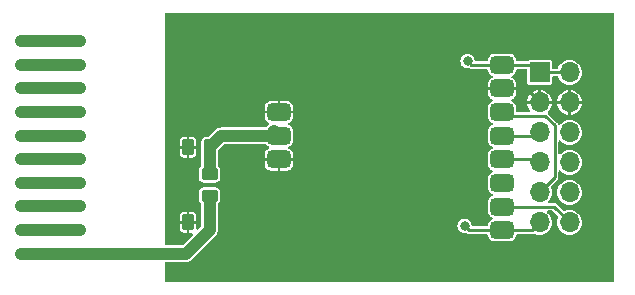
<source format=gbr>
%TF.GenerationSoftware,KiCad,Pcbnew,7.0.10*%
%TF.CreationDate,2024-01-17T20:38:39+01:00*%
%TF.ProjectId,C1101_868,43313130-315f-4383-9638-2e6b69636164,rev?*%
%TF.SameCoordinates,Original*%
%TF.FileFunction,Copper,L1,Top*%
%TF.FilePolarity,Positive*%
%FSLAX46Y46*%
G04 Gerber Fmt 4.6, Leading zero omitted, Abs format (unit mm)*
G04 Created by KiCad (PCBNEW 7.0.10) date 2024-01-17 20:38:39*
%MOMM*%
%LPD*%
G01*
G04 APERTURE LIST*
G04 Aperture macros list*
%AMRoundRect*
0 Rectangle with rounded corners*
0 $1 Rounding radius*
0 $2 $3 $4 $5 $6 $7 $8 $9 X,Y pos of 4 corners*
0 Add a 4 corners polygon primitive as box body*
4,1,4,$2,$3,$4,$5,$6,$7,$8,$9,$2,$3,0*
0 Add four circle primitives for the rounded corners*
1,1,$1+$1,$2,$3*
1,1,$1+$1,$4,$5*
1,1,$1+$1,$6,$7*
1,1,$1+$1,$8,$9*
0 Add four rect primitives between the rounded corners*
20,1,$1+$1,$2,$3,$4,$5,0*
20,1,$1+$1,$4,$5,$6,$7,0*
20,1,$1+$1,$6,$7,$8,$9,0*
20,1,$1+$1,$8,$9,$2,$3,0*%
%AMOutline4P*
0 Free polygon, 4 corners , with rotation*
0 The origin of the aperture is its center*
0 number of corners: always 4*
0 $1 to $8 corner X, Y*
0 $9 Rotation angle, in degrees counterclockwise*
0 create outline with 4 corners*
4,1,4,$1,$2,$3,$4,$5,$6,$7,$8,$1,$2,$9*%
G04 Aperture macros list end*
%TA.AperFunction,EtchedComponent*%
%ADD10C,1.000000*%
%TD*%
%TA.AperFunction,SMDPad,CuDef*%
%ADD11RoundRect,0.375000X0.625000X-0.375000X0.625000X0.375000X-0.625000X0.375000X-0.625000X-0.375000X0*%
%TD*%
%TA.AperFunction,ComponentPad*%
%ADD12O,1.700000X1.700000*%
%TD*%
%TA.AperFunction,ComponentPad*%
%ADD13R,1.700000X1.700000*%
%TD*%
%TA.AperFunction,SMDPad,CuDef*%
%ADD14RoundRect,0.250000X0.262500X0.450000X-0.262500X0.450000X-0.262500X-0.450000X0.262500X-0.450000X0*%
%TD*%
%TA.AperFunction,SMDPad,CuDef*%
%ADD15RoundRect,0.250000X-0.450000X0.262500X-0.450000X-0.262500X0.450000X-0.262500X0.450000X0.262500X0*%
%TD*%
%TA.AperFunction,ComponentPad*%
%ADD16C,1.000000*%
%TD*%
%TA.AperFunction,SMDPad,CuDef*%
%ADD17Outline4P,-0.350000X-0.400000X0.350000X-0.400000X0.050000X0.400000X-0.050000X0.400000X270.000000*%
%TD*%
%TA.AperFunction,ViaPad*%
%ADD18C,0.800000*%
%TD*%
%TA.AperFunction,Conductor*%
%ADD19C,0.250000*%
%TD*%
%TA.AperFunction,Conductor*%
%ADD20C,1.000000*%
%TD*%
G04 APERTURE END LIST*
D10*
%TO.C,AE1*%
X116960000Y-58530000D02*
X105960000Y-58530000D01*
X105960000Y-56530000D02*
X110960000Y-56530000D01*
X105960000Y-54530000D02*
X110960000Y-54530000D01*
X105960000Y-52530000D02*
X110960000Y-52530000D01*
X105960000Y-50530000D02*
X110960000Y-50530000D01*
X105960000Y-48530000D02*
X110960000Y-48530000D01*
X105960000Y-46530000D02*
X110960000Y-46530000D01*
X105960000Y-44530000D02*
X110960000Y-44530000D01*
X105960000Y-42530000D02*
X110960000Y-42530000D01*
X105960000Y-40530000D02*
X110960000Y-40530000D01*
%TD*%
D11*
%TO.P,U1,11,GND*%
%TO.N,GND*%
X127785000Y-46545000D03*
%TO.P,U1,10,ANT*%
%TO.N,Net-(U1-ANT)*%
X127785000Y-48545000D03*
%TO.P,U1,9,GND*%
%TO.N,GND*%
X127785000Y-50545000D03*
%TO.P,U1,8,NSS*%
%TO.N,nCS*%
X146685000Y-56545000D03*
%TO.P,U1,7,GD00*%
%TO.N,INT*%
X146685000Y-54545000D03*
%TO.P,U1,6,GD02*%
%TO.N,unconnected-(U1-GD02-Pad6)*%
X146685000Y-52545000D03*
%TO.P,U1,5,MISO*%
%TO.N,MISO*%
X146685000Y-50545000D03*
%TO.P,U1,4,SCK*%
%TO.N,SCK*%
X146685000Y-48545000D03*
%TO.P,U1,3,MOSI*%
%TO.N,MOSI*%
X146685000Y-46545000D03*
%TO.P,U1,2,GND*%
%TO.N,GND*%
X146685000Y-44545000D03*
%TO.P,U1,1,3.3V*%
%TO.N,VCC*%
X146685000Y-42545000D03*
%TD*%
D12*
%TO.P,J1,12,Pin_12*%
%TO.N,INT*%
X152400000Y-55880000D03*
%TO.P,J1,11,Pin_11*%
%TO.N,nCS*%
X149860000Y-55880000D03*
%TO.P,J1,10,Pin_10*%
%TO.N,nRESET*%
X152400000Y-53340000D03*
%TO.P,J1,9,Pin_9*%
%TO.N,MOSI*%
X149860000Y-53340000D03*
%TO.P,J1,8,Pin_8*%
%TO.N,nCS2*%
X152400000Y-50800000D03*
%TO.P,J1,7,Pin_7*%
%TO.N,MISO*%
X149860000Y-50800000D03*
%TO.P,J1,6,Pin_6*%
%TO.N,unconnected-(J1-Pin_6-Pad6)*%
X152400000Y-48260000D03*
%TO.P,J1,5,Pin_5*%
%TO.N,SCK*%
X149860000Y-48260000D03*
%TO.P,J1,4,Pin_4*%
%TO.N,GND*%
X152400000Y-45720000D03*
%TO.P,J1,3,Pin_3*%
X149860000Y-45720000D03*
%TO.P,J1,2,Pin_2*%
%TO.N,VCC*%
X152400000Y-43180000D03*
D13*
%TO.P,J1,1,Pin_1*%
X149860000Y-43180000D03*
%TD*%
D14*
%TO.P,M3,1*%
%TO.N,Net-(AE1-A)*%
X121920000Y-55880000D03*
%TO.P,M3,2*%
%TO.N,GND*%
X120095000Y-55880000D03*
%TD*%
%TO.P,M1,1*%
%TO.N,Net-(U1-ANT)*%
X121920000Y-49530000D03*
%TO.P,M1,2*%
%TO.N,GND*%
X120095000Y-49530000D03*
%TD*%
D15*
%TO.P,M2,1*%
%TO.N,Net-(U1-ANT)*%
X121920000Y-51792500D03*
%TO.P,M2,2*%
%TO.N,Net-(AE1-A)*%
X121920000Y-53617500D03*
%TD*%
D16*
%TO.P,AE1,*%
%TO.N,*%
X105960000Y-58530000D03*
X105960000Y-56530000D03*
X110960000Y-56530000D03*
X105960000Y-54530000D03*
X110960000Y-54530000D03*
X105960000Y-52530000D03*
X110960000Y-52530000D03*
X105960000Y-50530000D03*
X110960000Y-50530000D03*
X105960000Y-48530000D03*
X110960000Y-48530000D03*
X105960000Y-46530000D03*
X110960000Y-46530000D03*
X105960000Y-44530000D03*
X110960000Y-44530000D03*
X105960000Y-42530000D03*
X110960000Y-42530000D03*
X105960000Y-40530000D03*
X110960000Y-40530000D03*
D17*
%TO.P,AE1,1,A*%
%TO.N,Net-(AE1-A)*%
X117660000Y-58530000D03*
%TD*%
D18*
%TO.N,GND*%
X143764000Y-44130000D03*
%TO.N,VCC*%
X143764000Y-42230000D03*
%TO.N,nCS*%
X143510000Y-56157500D03*
%TO.N,GND*%
X142875000Y-38735000D03*
X155575000Y-40005000D03*
X154305000Y-60325000D03*
X155575000Y-56515000D03*
X128905000Y-60325000D03*
X123825000Y-60325000D03*
X155575000Y-55245000D03*
X126365000Y-38735000D03*
X155575000Y-41275000D03*
X130175000Y-38735000D03*
X135255000Y-38735000D03*
X132715000Y-60325000D03*
X149225000Y-60325000D03*
X128905000Y-38735000D03*
X155575000Y-57785000D03*
X139065000Y-60325000D03*
X126365000Y-60325000D03*
X144145000Y-38735000D03*
X150495000Y-38735000D03*
X132715000Y-38735000D03*
X131445000Y-60325000D03*
X155575000Y-59055000D03*
X151765000Y-60325000D03*
X137795000Y-60325000D03*
X122555000Y-38735000D03*
X155575000Y-38735000D03*
X121285000Y-60325000D03*
X153035000Y-60325000D03*
X145415000Y-38735000D03*
X154305000Y-38735000D03*
X127635000Y-38735000D03*
X133985000Y-60325000D03*
X155575000Y-43815000D03*
X144145000Y-60325000D03*
X155575000Y-45085000D03*
X127635000Y-60325000D03*
X155575000Y-53975000D03*
X155575000Y-51435000D03*
X125095000Y-38735000D03*
X150495000Y-60325000D03*
X155575000Y-42545000D03*
X122555000Y-60325000D03*
X151765000Y-38735000D03*
X137795000Y-38735000D03*
X121285000Y-38735000D03*
X153035000Y-38735000D03*
X155575000Y-52705000D03*
X125095000Y-60325000D03*
X142875000Y-60325000D03*
X120015000Y-38735000D03*
X140335000Y-60325000D03*
X130175000Y-60325000D03*
X149225000Y-38735000D03*
X118745000Y-38735000D03*
X155575000Y-50165000D03*
X155575000Y-47625000D03*
X146685000Y-38735000D03*
X118745000Y-60325000D03*
X146685000Y-60325000D03*
X155575000Y-46355000D03*
X135255000Y-60325000D03*
X141605000Y-60325000D03*
X155575000Y-60325000D03*
X136525000Y-38735000D03*
X133985000Y-38735000D03*
X155575000Y-48895000D03*
X139065000Y-38735000D03*
X120015000Y-60325000D03*
X123825000Y-38735000D03*
X145415000Y-60325000D03*
X141605000Y-38735000D03*
X147955000Y-38735000D03*
X147955000Y-60325000D03*
X136525000Y-60325000D03*
X140335000Y-38735000D03*
X131445000Y-38735000D03*
%TD*%
D19*
%TO.N,GND*%
X146685000Y-44545000D02*
X144179000Y-44545000D01*
X144179000Y-44545000D02*
X143764000Y-44130000D01*
%TO.N,VCC*%
X146685000Y-42545000D02*
X144079000Y-42545000D01*
X144079000Y-42545000D02*
X143764000Y-42230000D01*
%TO.N,nCS*%
X146685000Y-56545000D02*
X143897500Y-56545000D01*
X143897500Y-56545000D02*
X143510000Y-56157500D01*
X146685000Y-56545000D02*
X149195000Y-56545000D01*
X149195000Y-56545000D02*
X149860000Y-55880000D01*
%TO.N,INT*%
X146685000Y-54545000D02*
X151065000Y-54545000D01*
X151065000Y-54545000D02*
X152400000Y-55880000D01*
%TO.N,MOSI*%
X146685000Y-46545000D02*
X147035000Y-46895000D01*
X147035000Y-46895000D02*
X150346701Y-46895000D01*
X150346701Y-46895000D02*
X151130000Y-47678299D01*
X151130000Y-47678299D02*
X151130000Y-52070000D01*
X151130000Y-52070000D02*
X149860000Y-53340000D01*
%TO.N,MISO*%
X146685000Y-50545000D02*
X149605000Y-50545000D01*
X149605000Y-50545000D02*
X149860000Y-50800000D01*
%TO.N,SCK*%
X146685000Y-48545000D02*
X149575000Y-48545000D01*
X149575000Y-48545000D02*
X149860000Y-48260000D01*
%TO.N,GND*%
X149860000Y-45720000D02*
X152400000Y-45720000D01*
X146685000Y-44545000D02*
X148685000Y-44545000D01*
X148685000Y-44545000D02*
X149860000Y-45720000D01*
%TO.N,VCC*%
X146685000Y-42545000D02*
X149225000Y-42545000D01*
X149225000Y-42545000D02*
X149860000Y-43180000D01*
X152400000Y-43180000D02*
X149860000Y-43180000D01*
D20*
%TO.N,Net-(AE1-A)*%
X121920000Y-55880000D02*
X121920000Y-56515000D01*
X121920000Y-56515000D02*
X119905000Y-58530000D01*
X121920000Y-53617500D02*
X121920000Y-55880000D01*
%TO.N,Net-(U1-ANT)*%
X121920000Y-49530000D02*
X121920000Y-51792500D01*
X127785000Y-48545000D02*
X122905000Y-48545000D01*
X122905000Y-48545000D02*
X121920000Y-49530000D01*
X127785000Y-48545000D02*
X127370000Y-48130000D01*
%TO.N,Net-(AE1-A)*%
X115000000Y-58530000D02*
X119905000Y-58530000D01*
%TD*%
%TA.AperFunction,Conductor*%
%TO.N,GND*%
G36*
X156143691Y-38144407D02*
G01*
X156179655Y-38193907D01*
X156184500Y-38224500D01*
X156184500Y-60835500D01*
X156165593Y-60893691D01*
X156116093Y-60929655D01*
X156085500Y-60934500D01*
X118209000Y-60934500D01*
X118150809Y-60915593D01*
X118114845Y-60866093D01*
X118110000Y-60835500D01*
X118110000Y-59329500D01*
X118128907Y-59271309D01*
X118178407Y-59235345D01*
X118209000Y-59230500D01*
X119880845Y-59230500D01*
X119886822Y-59230680D01*
X119916656Y-59232485D01*
X119947605Y-59234358D01*
X119947605Y-59234357D01*
X119947606Y-59234358D01*
X120007539Y-59223374D01*
X120013419Y-59222479D01*
X120073872Y-59215140D01*
X120085462Y-59210744D01*
X120102725Y-59205931D01*
X120114932Y-59203695D01*
X120170487Y-59178690D01*
X120176003Y-59176407D01*
X120177896Y-59175689D01*
X120232930Y-59154818D01*
X120243142Y-59147768D01*
X120258750Y-59138965D01*
X120270057Y-59133878D01*
X120270057Y-59133877D01*
X120270059Y-59133877D01*
X120317995Y-59096321D01*
X120322813Y-59092775D01*
X120372929Y-59058183D01*
X120413312Y-59012598D01*
X120417378Y-59008277D01*
X122398277Y-57027378D01*
X122402598Y-57023312D01*
X122448183Y-56982929D01*
X122482782Y-56932802D01*
X122486324Y-56927990D01*
X122523873Y-56880062D01*
X122523872Y-56880062D01*
X122523877Y-56880057D01*
X122528967Y-56868745D01*
X122537766Y-56853144D01*
X122544818Y-56842930D01*
X122566412Y-56785988D01*
X122568702Y-56780461D01*
X122593694Y-56724932D01*
X122593695Y-56724930D01*
X122595929Y-56712736D01*
X122600743Y-56695465D01*
X122605140Y-56683872D01*
X122612483Y-56623388D01*
X122613373Y-56617542D01*
X122624357Y-56557606D01*
X122620680Y-56496832D01*
X122620500Y-56490856D01*
X122620500Y-56459085D01*
X122626057Y-56426385D01*
X122630144Y-56414704D01*
X122630146Y-56414699D01*
X122632999Y-56384273D01*
X122633000Y-56384273D01*
X122633000Y-56157500D01*
X142904318Y-56157500D01*
X142924955Y-56314258D01*
X142924957Y-56314266D01*
X142985462Y-56460338D01*
X142985462Y-56460339D01*
X143081713Y-56585776D01*
X143081718Y-56585782D01*
X143207159Y-56682036D01*
X143207160Y-56682036D01*
X143207161Y-56682037D01*
X143239579Y-56695465D01*
X143353238Y-56742544D01*
X143510000Y-56763182D01*
X143587326Y-56753001D01*
X143647486Y-56764151D01*
X143676085Y-56787516D01*
X143685045Y-56798194D01*
X143718709Y-56817630D01*
X143725982Y-56822264D01*
X143738193Y-56830814D01*
X143757816Y-56844554D01*
X143759267Y-56844942D01*
X143783159Y-56854840D01*
X143784454Y-56855588D01*
X143822720Y-56862335D01*
X143831147Y-56864203D01*
X143868693Y-56874264D01*
X143907409Y-56870877D01*
X143916037Y-56870500D01*
X145386197Y-56870500D01*
X145444388Y-56889407D01*
X145480352Y-56938907D01*
X145484350Y-56956578D01*
X145499312Y-57070233D01*
X145499312Y-57070235D01*
X145499313Y-57070236D01*
X145557302Y-57210233D01*
X145649549Y-57330451D01*
X145769767Y-57422698D01*
X145909764Y-57480687D01*
X146022280Y-57495500D01*
X146022281Y-57495500D01*
X147347719Y-57495500D01*
X147347720Y-57495500D01*
X147460236Y-57480687D01*
X147600233Y-57422698D01*
X147720451Y-57330451D01*
X147812698Y-57210233D01*
X147870687Y-57070236D01*
X147885500Y-56957720D01*
X147885500Y-56957717D01*
X147885650Y-56956578D01*
X147911991Y-56901353D01*
X147965761Y-56872158D01*
X147983803Y-56870500D01*
X149176466Y-56870500D01*
X149185094Y-56870876D01*
X149223807Y-56874264D01*
X149261354Y-56864202D01*
X149269784Y-56862334D01*
X149308045Y-56855588D01*
X149309345Y-56854838D01*
X149333236Y-56844942D01*
X149333368Y-56844906D01*
X149334684Y-56844554D01*
X149334688Y-56844551D01*
X149342536Y-56840893D01*
X149344007Y-56844048D01*
X149387219Y-56830814D01*
X149432208Y-56842490D01*
X149436069Y-56844554D01*
X149455312Y-56854840D01*
X149456046Y-56855232D01*
X149593997Y-56897078D01*
X149654065Y-56915300D01*
X149654070Y-56915301D01*
X149859997Y-56935583D01*
X149860000Y-56935583D01*
X149860003Y-56935583D01*
X150065929Y-56915301D01*
X150065934Y-56915300D01*
X150263954Y-56855232D01*
X150446450Y-56757685D01*
X150606410Y-56626410D01*
X150737685Y-56466450D01*
X150835232Y-56283954D01*
X150895300Y-56085934D01*
X150895300Y-56085933D01*
X150895301Y-56085929D01*
X150915583Y-55880003D01*
X150915583Y-55879996D01*
X150895301Y-55674070D01*
X150895300Y-55674065D01*
X150871164Y-55594500D01*
X150835232Y-55476046D01*
X150737685Y-55293550D01*
X150606410Y-55133590D01*
X150529215Y-55070238D01*
X150499715Y-55046028D01*
X150466728Y-54994497D01*
X150470330Y-54933418D01*
X150509145Y-54886121D01*
X150562520Y-54870500D01*
X150889166Y-54870500D01*
X150947357Y-54889407D01*
X150959170Y-54899496D01*
X151411497Y-55351823D01*
X151439274Y-55406340D01*
X151429703Y-55466772D01*
X151428807Y-55468489D01*
X151424770Y-55476041D01*
X151424766Y-55476052D01*
X151364699Y-55674065D01*
X151364698Y-55674070D01*
X151344417Y-55879996D01*
X151344417Y-55880003D01*
X151364698Y-56085929D01*
X151364699Y-56085934D01*
X151424768Y-56283954D01*
X151522316Y-56466452D01*
X151651130Y-56623413D01*
X151653590Y-56626410D01*
X151653595Y-56626414D01*
X151813547Y-56757683D01*
X151813548Y-56757683D01*
X151813550Y-56757685D01*
X151996046Y-56855232D01*
X152133997Y-56897078D01*
X152194065Y-56915300D01*
X152194070Y-56915301D01*
X152399997Y-56935583D01*
X152400000Y-56935583D01*
X152400003Y-56935583D01*
X152605929Y-56915301D01*
X152605934Y-56915300D01*
X152803954Y-56855232D01*
X152986450Y-56757685D01*
X153146410Y-56626410D01*
X153277685Y-56466450D01*
X153375232Y-56283954D01*
X153435300Y-56085934D01*
X153435300Y-56085933D01*
X153435301Y-56085929D01*
X153455583Y-55880003D01*
X153455583Y-55879996D01*
X153435301Y-55674070D01*
X153435300Y-55674065D01*
X153411164Y-55594500D01*
X153375232Y-55476046D01*
X153277685Y-55293550D01*
X153146410Y-55133590D01*
X153069215Y-55070238D01*
X152986452Y-55002316D01*
X152803954Y-54904768D01*
X152605934Y-54844699D01*
X152605929Y-54844698D01*
X152400003Y-54824417D01*
X152399997Y-54824417D01*
X152194070Y-54844698D01*
X152194065Y-54844699D01*
X151996052Y-54904766D01*
X151996049Y-54904767D01*
X151996046Y-54904768D01*
X151996044Y-54904768D01*
X151996041Y-54904770D01*
X151988489Y-54908807D01*
X151928255Y-54919558D01*
X151873206Y-54892852D01*
X151871823Y-54891497D01*
X151308268Y-54327942D01*
X151302434Y-54321574D01*
X151277456Y-54291806D01*
X151243795Y-54272372D01*
X151236512Y-54267732D01*
X151204685Y-54245446D01*
X151204679Y-54245443D01*
X151203224Y-54245054D01*
X151179348Y-54235164D01*
X151178045Y-54234411D01*
X151139779Y-54227664D01*
X151131350Y-54225795D01*
X151106448Y-54219123D01*
X151093807Y-54215736D01*
X151093806Y-54215736D01*
X151093805Y-54215736D01*
X151055095Y-54219123D01*
X151046466Y-54219500D01*
X150706504Y-54219500D01*
X150648313Y-54200593D01*
X150612349Y-54151093D01*
X150612349Y-54089907D01*
X150629976Y-54057695D01*
X150661103Y-54019766D01*
X150737685Y-53926450D01*
X150835232Y-53743954D01*
X150895300Y-53545934D01*
X150895301Y-53545929D01*
X150915583Y-53340003D01*
X151344417Y-53340003D01*
X151364698Y-53545929D01*
X151364699Y-53545934D01*
X151424768Y-53743954D01*
X151522316Y-53926452D01*
X151553708Y-53964703D01*
X151653590Y-54086410D01*
X151682838Y-54110413D01*
X151813547Y-54217683D01*
X151813548Y-54217683D01*
X151813550Y-54217685D01*
X151996046Y-54315232D01*
X152133997Y-54357078D01*
X152194065Y-54375300D01*
X152194070Y-54375301D01*
X152399997Y-54395583D01*
X152400000Y-54395583D01*
X152400003Y-54395583D01*
X152605929Y-54375301D01*
X152605934Y-54375300D01*
X152803954Y-54315232D01*
X152986450Y-54217685D01*
X153146410Y-54086410D01*
X153277685Y-53926450D01*
X153375232Y-53743954D01*
X153435300Y-53545934D01*
X153435301Y-53545929D01*
X153455583Y-53340003D01*
X153455583Y-53339996D01*
X153435301Y-53134070D01*
X153435300Y-53134065D01*
X153404595Y-53032845D01*
X153375232Y-52936046D01*
X153277685Y-52753550D01*
X153146410Y-52593590D01*
X153146404Y-52593585D01*
X152986452Y-52462316D01*
X152803954Y-52364768D01*
X152605934Y-52304699D01*
X152605929Y-52304698D01*
X152400003Y-52284417D01*
X152399997Y-52284417D01*
X152194070Y-52304698D01*
X152194065Y-52304699D01*
X151996045Y-52364768D01*
X151813547Y-52462316D01*
X151653595Y-52593585D01*
X151653585Y-52593595D01*
X151522316Y-52753547D01*
X151424768Y-52936045D01*
X151364699Y-53134065D01*
X151364698Y-53134070D01*
X151344417Y-53339996D01*
X151344417Y-53340003D01*
X150915583Y-53340003D01*
X150915583Y-53339996D01*
X150895301Y-53134070D01*
X150895300Y-53134065D01*
X150875938Y-53070238D01*
X150835232Y-52936046D01*
X150831196Y-52928496D01*
X150820439Y-52868265D01*
X150847140Y-52813213D01*
X150848453Y-52811872D01*
X151347072Y-52313253D01*
X151353431Y-52307428D01*
X151356682Y-52304700D01*
X151383194Y-52282455D01*
X151402624Y-52248799D01*
X151407252Y-52241532D01*
X151429554Y-52209684D01*
X151429942Y-52208236D01*
X151439838Y-52184345D01*
X151440586Y-52183048D01*
X151440585Y-52183048D01*
X151440588Y-52183045D01*
X151447341Y-52144743D01*
X151449198Y-52136366D01*
X151459263Y-52098807D01*
X151455877Y-52060102D01*
X151455500Y-52051474D01*
X151455500Y-51581722D01*
X151474407Y-51523531D01*
X151523907Y-51487567D01*
X151585093Y-51487567D01*
X151631026Y-51518916D01*
X151653590Y-51546410D01*
X151653595Y-51546414D01*
X151813547Y-51677683D01*
X151813548Y-51677683D01*
X151813550Y-51677685D01*
X151996046Y-51775232D01*
X152133997Y-51817078D01*
X152194065Y-51835300D01*
X152194070Y-51835301D01*
X152399997Y-51855583D01*
X152400000Y-51855583D01*
X152400003Y-51855583D01*
X152605929Y-51835301D01*
X152605934Y-51835300D01*
X152803954Y-51775232D01*
X152986450Y-51677685D01*
X153146410Y-51546410D01*
X153277685Y-51386450D01*
X153375232Y-51203954D01*
X153435300Y-51005934D01*
X153435301Y-51005929D01*
X153455583Y-50800003D01*
X153455583Y-50799996D01*
X153435301Y-50594070D01*
X153435300Y-50594065D01*
X153417078Y-50533997D01*
X153375232Y-50396046D01*
X153277685Y-50213550D01*
X153260530Y-50192647D01*
X153146414Y-50053595D01*
X153146410Y-50053590D01*
X153122872Y-50034273D01*
X152986452Y-49922316D01*
X152803954Y-49824768D01*
X152605934Y-49764699D01*
X152605929Y-49764698D01*
X152400003Y-49744417D01*
X152399997Y-49744417D01*
X152194070Y-49764698D01*
X152194065Y-49764699D01*
X151996045Y-49824768D01*
X151813547Y-49922316D01*
X151653595Y-50053585D01*
X151653585Y-50053595D01*
X151631028Y-50081082D01*
X151579497Y-50114069D01*
X151518417Y-50110467D01*
X151471121Y-50071652D01*
X151455500Y-50018277D01*
X151455500Y-49041722D01*
X151474407Y-48983531D01*
X151523907Y-48947567D01*
X151585093Y-48947567D01*
X151631026Y-48978916D01*
X151653590Y-49006410D01*
X151653595Y-49006414D01*
X151813547Y-49137683D01*
X151813548Y-49137683D01*
X151813550Y-49137685D01*
X151996046Y-49235232D01*
X152125484Y-49274496D01*
X152194065Y-49295300D01*
X152194070Y-49295301D01*
X152399997Y-49315583D01*
X152400000Y-49315583D01*
X152400003Y-49315583D01*
X152605929Y-49295301D01*
X152605934Y-49295300D01*
X152803954Y-49235232D01*
X152986450Y-49137685D01*
X153146410Y-49006410D01*
X153277685Y-48846450D01*
X153375232Y-48663954D01*
X153435300Y-48465934D01*
X153435301Y-48465929D01*
X153455583Y-48260003D01*
X153455583Y-48259996D01*
X153435301Y-48054070D01*
X153435300Y-48054065D01*
X153401040Y-47941124D01*
X153375232Y-47856046D01*
X153277685Y-47673550D01*
X153272557Y-47667302D01*
X153170413Y-47542838D01*
X153146410Y-47513590D01*
X153121654Y-47493273D01*
X152986452Y-47382316D01*
X152803954Y-47284768D01*
X152605934Y-47224699D01*
X152605929Y-47224698D01*
X152400003Y-47204417D01*
X152399997Y-47204417D01*
X152194070Y-47224698D01*
X152194065Y-47224699D01*
X151996045Y-47284768D01*
X151813547Y-47382316D01*
X151653595Y-47513585D01*
X151653585Y-47513595D01*
X151601912Y-47576559D01*
X151550380Y-47609546D01*
X151489301Y-47605944D01*
X151442004Y-47567128D01*
X151429755Y-47539367D01*
X151429554Y-47538615D01*
X151412035Y-47513595D01*
X151407264Y-47506781D01*
X151402630Y-47499508D01*
X151383194Y-47465844D01*
X151353428Y-47440867D01*
X151347060Y-47435033D01*
X150589969Y-46677942D01*
X150584135Y-46671574D01*
X150555283Y-46637190D01*
X150532362Y-46580461D01*
X150547164Y-46521093D01*
X150568317Y-46497025D01*
X150606057Y-46466052D01*
X150737268Y-46306170D01*
X150737275Y-46306160D01*
X150834765Y-46123767D01*
X150834767Y-46123762D01*
X150894808Y-45925836D01*
X150894809Y-45925831D01*
X150905232Y-45820000D01*
X151354767Y-45820000D01*
X151365190Y-45925831D01*
X151365191Y-45925836D01*
X151425232Y-46123762D01*
X151425234Y-46123767D01*
X151522724Y-46306160D01*
X151522731Y-46306170D01*
X151653940Y-46466050D01*
X151653949Y-46466059D01*
X151813829Y-46597268D01*
X151813839Y-46597275D01*
X151996232Y-46694765D01*
X151996237Y-46694767D01*
X152194166Y-46754808D01*
X152299998Y-46765231D01*
X152300000Y-46765230D01*
X152300000Y-46210764D01*
X152364237Y-46220000D01*
X152435763Y-46220000D01*
X152500000Y-46210764D01*
X152500000Y-46765230D01*
X152500001Y-46765231D01*
X152605833Y-46754808D01*
X152803762Y-46694767D01*
X152803767Y-46694765D01*
X152986160Y-46597275D01*
X152986170Y-46597268D01*
X153146050Y-46466059D01*
X153146059Y-46466050D01*
X153277268Y-46306170D01*
X153277275Y-46306160D01*
X153374765Y-46123767D01*
X153374767Y-46123762D01*
X153434808Y-45925836D01*
X153434809Y-45925831D01*
X153445232Y-45820000D01*
X152891746Y-45820000D01*
X152900000Y-45791889D01*
X152900000Y-45648111D01*
X152891746Y-45620000D01*
X153445232Y-45620000D01*
X153445232Y-45619999D01*
X153434809Y-45514168D01*
X153434808Y-45514163D01*
X153374767Y-45316237D01*
X153374765Y-45316232D01*
X153277275Y-45133839D01*
X153277268Y-45133829D01*
X153146059Y-44973949D01*
X153146050Y-44973940D01*
X152986170Y-44842731D01*
X152986160Y-44842724D01*
X152803767Y-44745234D01*
X152803762Y-44745232D01*
X152605836Y-44685191D01*
X152605831Y-44685190D01*
X152500000Y-44674767D01*
X152500000Y-45229235D01*
X152435763Y-45220000D01*
X152364237Y-45220000D01*
X152300000Y-45229235D01*
X152300000Y-44674767D01*
X152299999Y-44674767D01*
X152194168Y-44685190D01*
X152194163Y-44685191D01*
X151996237Y-44745232D01*
X151996232Y-44745234D01*
X151813839Y-44842724D01*
X151813829Y-44842731D01*
X151653949Y-44973940D01*
X151653940Y-44973949D01*
X151522731Y-45133829D01*
X151522724Y-45133839D01*
X151425234Y-45316232D01*
X151425232Y-45316237D01*
X151365191Y-45514163D01*
X151365190Y-45514168D01*
X151354767Y-45619999D01*
X151354768Y-45620000D01*
X151908254Y-45620000D01*
X151900000Y-45648111D01*
X151900000Y-45791889D01*
X151908254Y-45820000D01*
X151354767Y-45820000D01*
X150905232Y-45820000D01*
X150351746Y-45820000D01*
X150360000Y-45791889D01*
X150360000Y-45648111D01*
X150351746Y-45620000D01*
X150905232Y-45620000D01*
X150905232Y-45619999D01*
X150894809Y-45514168D01*
X150894808Y-45514163D01*
X150834767Y-45316237D01*
X150834765Y-45316232D01*
X150737275Y-45133839D01*
X150737268Y-45133829D01*
X150606059Y-44973949D01*
X150606050Y-44973940D01*
X150446170Y-44842731D01*
X150446160Y-44842724D01*
X150263767Y-44745234D01*
X150263762Y-44745232D01*
X150065836Y-44685191D01*
X150065831Y-44685190D01*
X149960000Y-44674767D01*
X149960000Y-45229235D01*
X149895763Y-45220000D01*
X149824237Y-45220000D01*
X149760000Y-45229235D01*
X149760000Y-44674767D01*
X149759999Y-44674767D01*
X149654168Y-44685190D01*
X149654163Y-44685191D01*
X149456237Y-44745232D01*
X149456232Y-44745234D01*
X149273839Y-44842724D01*
X149273829Y-44842731D01*
X149113949Y-44973940D01*
X149113940Y-44973949D01*
X148982731Y-45133829D01*
X148982724Y-45133839D01*
X148885234Y-45316232D01*
X148885232Y-45316237D01*
X148825191Y-45514163D01*
X148825190Y-45514168D01*
X148814767Y-45619999D01*
X148814768Y-45620000D01*
X149368254Y-45620000D01*
X149360000Y-45648111D01*
X149360000Y-45791889D01*
X149368254Y-45820000D01*
X148814767Y-45820000D01*
X148825190Y-45925831D01*
X148825191Y-45925836D01*
X148885232Y-46123762D01*
X148885234Y-46123767D01*
X148982724Y-46306160D01*
X148982731Y-46306170D01*
X149066050Y-46407695D01*
X149088350Y-46464672D01*
X149072901Y-46523875D01*
X149025604Y-46562690D01*
X148989522Y-46569500D01*
X147984500Y-46569500D01*
X147926309Y-46550593D01*
X147890345Y-46501093D01*
X147885500Y-46470500D01*
X147885500Y-46132281D01*
X147885500Y-46132280D01*
X147870687Y-46019764D01*
X147812698Y-45879767D01*
X147720451Y-45759549D01*
X147600233Y-45667302D01*
X147525130Y-45636193D01*
X147478605Y-45596456D01*
X147464321Y-45536961D01*
X147487736Y-45480434D01*
X147525131Y-45453264D01*
X147599982Y-45422260D01*
X147720089Y-45330099D01*
X147720099Y-45330089D01*
X147812261Y-45209981D01*
X147812263Y-45209977D01*
X147870198Y-45070109D01*
X147870200Y-45070101D01*
X147884999Y-44957690D01*
X147885000Y-44957689D01*
X147885000Y-44645001D01*
X147884999Y-44645000D01*
X145485001Y-44645000D01*
X145485000Y-44645001D01*
X145485000Y-44957690D01*
X145499799Y-45070101D01*
X145499801Y-45070109D01*
X145557736Y-45209977D01*
X145557738Y-45209981D01*
X145649900Y-45330089D01*
X145649910Y-45330099D01*
X145770018Y-45422261D01*
X145770022Y-45422263D01*
X145844868Y-45453265D01*
X145891394Y-45493001D01*
X145905678Y-45552496D01*
X145882264Y-45609024D01*
X145844869Y-45636193D01*
X145769768Y-45667301D01*
X145649551Y-45759547D01*
X145649547Y-45759551D01*
X145557301Y-45879768D01*
X145499314Y-46019761D01*
X145499312Y-46019767D01*
X145484500Y-46132279D01*
X145484500Y-46957720D01*
X145499312Y-47070232D01*
X145499314Y-47070238D01*
X145557197Y-47209981D01*
X145557302Y-47210233D01*
X145649549Y-47330451D01*
X145769767Y-47422698D01*
X145813631Y-47440867D01*
X145844216Y-47453536D01*
X145890741Y-47493273D01*
X145905025Y-47552767D01*
X145881610Y-47609295D01*
X145844216Y-47636464D01*
X145769768Y-47667301D01*
X145649551Y-47759547D01*
X145649547Y-47759551D01*
X145557301Y-47879768D01*
X145499314Y-48019761D01*
X145499312Y-48019767D01*
X145484500Y-48132279D01*
X145484500Y-48957720D01*
X145499312Y-49070232D01*
X145499312Y-49070234D01*
X145499313Y-49070236D01*
X145557302Y-49210233D01*
X145649549Y-49330451D01*
X145769767Y-49422698D01*
X145838937Y-49451349D01*
X145844216Y-49453536D01*
X145890741Y-49493273D01*
X145905025Y-49552767D01*
X145881610Y-49609295D01*
X145844216Y-49636464D01*
X145769768Y-49667301D01*
X145649551Y-49759547D01*
X145649547Y-49759551D01*
X145557301Y-49879768D01*
X145499314Y-50019761D01*
X145499312Y-50019767D01*
X145484500Y-50132279D01*
X145484500Y-50957720D01*
X145499312Y-51070232D01*
X145499312Y-51070234D01*
X145499313Y-51070236D01*
X145526090Y-51134880D01*
X145557197Y-51209981D01*
X145557302Y-51210233D01*
X145649549Y-51330451D01*
X145769767Y-51422698D01*
X145824323Y-51445296D01*
X145844216Y-51453536D01*
X145890741Y-51493273D01*
X145905025Y-51552767D01*
X145881610Y-51609295D01*
X145844216Y-51636464D01*
X145769768Y-51667301D01*
X145649551Y-51759547D01*
X145649547Y-51759551D01*
X145557301Y-51879768D01*
X145499314Y-52019761D01*
X145499312Y-52019767D01*
X145484500Y-52132279D01*
X145484500Y-52957720D01*
X145494391Y-53032855D01*
X145499313Y-53070236D01*
X145557302Y-53210233D01*
X145649549Y-53330451D01*
X145769767Y-53422698D01*
X145838937Y-53451349D01*
X145844216Y-53453536D01*
X145890741Y-53493273D01*
X145905025Y-53552767D01*
X145881610Y-53609295D01*
X145844216Y-53636464D01*
X145769768Y-53667301D01*
X145649551Y-53759547D01*
X145649547Y-53759551D01*
X145557301Y-53879768D01*
X145499314Y-54019761D01*
X145499312Y-54019767D01*
X145484500Y-54132279D01*
X145484500Y-54957720D01*
X145499312Y-55070232D01*
X145499312Y-55070234D01*
X145499313Y-55070236D01*
X145557302Y-55210233D01*
X145649549Y-55330451D01*
X145769767Y-55422698D01*
X145838937Y-55451349D01*
X145844216Y-55453536D01*
X145890741Y-55493273D01*
X145905025Y-55552767D01*
X145881610Y-55609295D01*
X145844216Y-55636464D01*
X145769768Y-55667301D01*
X145649551Y-55759547D01*
X145649547Y-55759551D01*
X145557301Y-55879768D01*
X145499314Y-56019761D01*
X145499312Y-56019766D01*
X145484350Y-56133422D01*
X145458009Y-56188647D01*
X145404239Y-56217842D01*
X145386197Y-56219500D01*
X144210665Y-56219500D01*
X144152474Y-56200593D01*
X144116510Y-56151093D01*
X144112512Y-56133422D01*
X144106260Y-56085933D01*
X144095044Y-56000738D01*
X144095042Y-56000733D01*
X144034537Y-55854661D01*
X144034537Y-55854660D01*
X143938286Y-55729223D01*
X143938285Y-55729222D01*
X143938282Y-55729218D01*
X143938277Y-55729214D01*
X143938276Y-55729213D01*
X143812838Y-55632962D01*
X143666766Y-55572457D01*
X143666758Y-55572455D01*
X143510001Y-55551818D01*
X143509999Y-55551818D01*
X143353241Y-55572455D01*
X143353233Y-55572457D01*
X143207161Y-55632962D01*
X143207160Y-55632962D01*
X143081723Y-55729213D01*
X143081713Y-55729223D01*
X142985462Y-55854660D01*
X142985462Y-55854661D01*
X142924957Y-56000733D01*
X142924955Y-56000741D01*
X142904318Y-56157499D01*
X142904318Y-56157500D01*
X122633000Y-56157500D01*
X122633000Y-55375727D01*
X122632999Y-55375725D01*
X122630146Y-55345301D01*
X122626055Y-55333608D01*
X122620500Y-55300913D01*
X122620500Y-54305007D01*
X122639407Y-54246816D01*
X122660713Y-54225351D01*
X122673741Y-54215736D01*
X122692150Y-54202150D01*
X122692150Y-54202148D01*
X122692152Y-54202148D01*
X122772792Y-54092883D01*
X122772791Y-54092883D01*
X122772793Y-54092882D01*
X122817646Y-53964699D01*
X122820499Y-53934273D01*
X122820500Y-53934273D01*
X122820500Y-53300727D01*
X122820499Y-53300725D01*
X122817646Y-53270305D01*
X122817646Y-53270301D01*
X122772793Y-53142118D01*
X122766853Y-53134070D01*
X122692154Y-53032855D01*
X122692152Y-53032853D01*
X122692150Y-53032850D01*
X122692146Y-53032847D01*
X122692144Y-53032845D01*
X122582883Y-52952207D01*
X122454703Y-52907355D01*
X122454694Y-52907353D01*
X122424274Y-52904500D01*
X122424266Y-52904500D01*
X121415734Y-52904500D01*
X121415725Y-52904500D01*
X121385305Y-52907353D01*
X121385296Y-52907355D01*
X121257116Y-52952207D01*
X121147855Y-53032845D01*
X121147845Y-53032855D01*
X121067207Y-53142116D01*
X121022355Y-53270296D01*
X121022353Y-53270305D01*
X121019500Y-53300725D01*
X121019500Y-53934274D01*
X121022353Y-53964694D01*
X121022355Y-53964703D01*
X121067207Y-54092883D01*
X121147847Y-54202148D01*
X121179287Y-54225351D01*
X121214880Y-54275118D01*
X121219500Y-54305007D01*
X121219500Y-55300913D01*
X121213945Y-55333608D01*
X121209853Y-55345301D01*
X121207000Y-55375725D01*
X121207000Y-56196335D01*
X121188093Y-56254526D01*
X121178003Y-56266339D01*
X120975571Y-56468770D01*
X120921055Y-56496547D01*
X120860623Y-56486976D01*
X120817358Y-56443711D01*
X120807002Y-56389509D01*
X120807500Y-56384206D01*
X120807500Y-55980001D01*
X120807499Y-55980000D01*
X120195001Y-55980000D01*
X120195000Y-55980001D01*
X120195000Y-56779998D01*
X120195001Y-56779999D01*
X120411699Y-56779999D01*
X120417016Y-56779500D01*
X120476719Y-56792887D01*
X120517151Y-56838810D01*
X120522868Y-56899728D01*
X120496271Y-56948071D01*
X119643839Y-57800504D01*
X119589322Y-57828281D01*
X119573835Y-57829500D01*
X118209000Y-57829500D01*
X118150809Y-57810593D01*
X118114845Y-57761093D01*
X118110000Y-57730500D01*
X118110000Y-56384203D01*
X119382501Y-56384203D01*
X119385350Y-56414600D01*
X119385350Y-56414602D01*
X119430154Y-56542647D01*
X119510707Y-56651790D01*
X119510709Y-56651792D01*
X119619852Y-56732345D01*
X119747898Y-56777149D01*
X119778289Y-56779999D01*
X119994998Y-56779999D01*
X119995000Y-56779998D01*
X119995000Y-55980001D01*
X119994999Y-55980000D01*
X119382502Y-55980000D01*
X119382501Y-55980001D01*
X119382501Y-56384203D01*
X118110000Y-56384203D01*
X118110000Y-55779999D01*
X119382500Y-55779999D01*
X119382501Y-55780000D01*
X119994999Y-55780000D01*
X119995000Y-55779999D01*
X120195000Y-55779999D01*
X120195001Y-55780000D01*
X120807498Y-55780000D01*
X120807499Y-55779999D01*
X120807499Y-55375796D01*
X120804649Y-55345399D01*
X120804649Y-55345397D01*
X120759845Y-55217352D01*
X120679292Y-55108209D01*
X120679290Y-55108207D01*
X120570147Y-55027654D01*
X120442101Y-54982850D01*
X120411711Y-54980000D01*
X120195001Y-54980000D01*
X120195000Y-54980001D01*
X120195000Y-55779999D01*
X119995000Y-55779999D01*
X119995000Y-54980001D01*
X119994999Y-54980000D01*
X119778296Y-54980000D01*
X119747899Y-54982850D01*
X119747897Y-54982850D01*
X119619852Y-55027654D01*
X119510709Y-55108207D01*
X119510707Y-55108209D01*
X119430154Y-55217352D01*
X119385350Y-55345398D01*
X119382500Y-55375788D01*
X119382500Y-55779999D01*
X118110000Y-55779999D01*
X118110000Y-52109274D01*
X121019500Y-52109274D01*
X121022353Y-52139694D01*
X121022355Y-52139703D01*
X121067207Y-52267883D01*
X121147845Y-52377144D01*
X121147847Y-52377146D01*
X121147850Y-52377150D01*
X121147853Y-52377152D01*
X121147855Y-52377154D01*
X121257116Y-52457792D01*
X121257117Y-52457792D01*
X121257118Y-52457793D01*
X121385301Y-52502646D01*
X121415725Y-52505499D01*
X121415727Y-52505500D01*
X121415734Y-52505500D01*
X122424273Y-52505500D01*
X122424273Y-52505499D01*
X122454699Y-52502646D01*
X122582882Y-52457793D01*
X122692150Y-52377150D01*
X122772793Y-52267882D01*
X122817646Y-52139699D01*
X122820499Y-52109273D01*
X122820500Y-52109273D01*
X122820500Y-51475727D01*
X122820499Y-51475725D01*
X122817646Y-51445305D01*
X122817646Y-51445301D01*
X122772793Y-51317118D01*
X122692150Y-51207850D01*
X122660711Y-51184647D01*
X122625119Y-51134880D01*
X122620500Y-51104992D01*
X122620500Y-50957690D01*
X126585000Y-50957690D01*
X126599799Y-51070101D01*
X126599801Y-51070109D01*
X126657736Y-51209977D01*
X126657738Y-51209981D01*
X126749900Y-51330089D01*
X126749910Y-51330099D01*
X126870018Y-51422261D01*
X126870022Y-51422263D01*
X127009890Y-51480198D01*
X127009898Y-51480200D01*
X127122309Y-51494999D01*
X127122311Y-51495000D01*
X127684999Y-51495000D01*
X127685000Y-51494999D01*
X127885000Y-51494999D01*
X127885001Y-51495000D01*
X128447689Y-51495000D01*
X128447690Y-51494999D01*
X128560101Y-51480200D01*
X128560109Y-51480198D01*
X128699977Y-51422263D01*
X128699981Y-51422261D01*
X128820089Y-51330099D01*
X128820099Y-51330089D01*
X128912261Y-51209981D01*
X128912263Y-51209977D01*
X128970198Y-51070109D01*
X128970200Y-51070101D01*
X128984999Y-50957690D01*
X128985000Y-50957689D01*
X128985000Y-50645001D01*
X128984999Y-50645000D01*
X127885001Y-50645000D01*
X127885000Y-50645001D01*
X127885000Y-51494999D01*
X127685000Y-51494999D01*
X127685000Y-50645001D01*
X127684999Y-50645000D01*
X126585001Y-50645000D01*
X126585000Y-50645001D01*
X126585000Y-50957690D01*
X122620500Y-50957690D01*
X122620500Y-50109085D01*
X122626057Y-50076385D01*
X122630144Y-50064704D01*
X122630146Y-50064699D01*
X122632999Y-50034273D01*
X122633000Y-50034273D01*
X122633000Y-49848665D01*
X122651907Y-49790474D01*
X122661996Y-49778661D01*
X123166161Y-49274496D01*
X123220678Y-49246719D01*
X123236165Y-49245500D01*
X126635541Y-49245500D01*
X126693732Y-49264407D01*
X126714082Y-49284232D01*
X126749545Y-49330447D01*
X126749544Y-49330447D01*
X126749548Y-49330450D01*
X126749549Y-49330451D01*
X126869767Y-49422698D01*
X126869768Y-49422698D01*
X126869769Y-49422699D01*
X126944868Y-49453806D01*
X126991394Y-49493542D01*
X127005678Y-49553037D01*
X126982264Y-49609565D01*
X126944869Y-49636734D01*
X126870020Y-49667737D01*
X126870018Y-49667738D01*
X126749910Y-49759900D01*
X126749900Y-49759910D01*
X126657738Y-49880018D01*
X126657736Y-49880022D01*
X126599801Y-50019890D01*
X126599799Y-50019898D01*
X126585000Y-50132309D01*
X126585000Y-50444999D01*
X126585001Y-50445000D01*
X128984999Y-50445000D01*
X128985000Y-50444999D01*
X128985000Y-50132311D01*
X128984999Y-50132309D01*
X128970200Y-50019898D01*
X128970198Y-50019890D01*
X128912263Y-49880022D01*
X128912261Y-49880018D01*
X128820099Y-49759910D01*
X128820089Y-49759900D01*
X128699981Y-49667738D01*
X128699980Y-49667737D01*
X128625130Y-49636734D01*
X128578605Y-49596997D01*
X128564321Y-49537503D01*
X128587736Y-49480975D01*
X128625129Y-49453807D01*
X128700233Y-49422698D01*
X128820451Y-49330451D01*
X128912698Y-49210233D01*
X128970687Y-49070236D01*
X128985500Y-48957720D01*
X128985500Y-48132280D01*
X128970687Y-48019764D01*
X128912698Y-47879767D01*
X128820451Y-47759549D01*
X128700233Y-47667302D01*
X128700228Y-47667300D01*
X128625130Y-47636193D01*
X128578605Y-47596456D01*
X128564321Y-47536961D01*
X128587736Y-47480434D01*
X128625131Y-47453264D01*
X128699982Y-47422260D01*
X128820089Y-47330099D01*
X128820099Y-47330089D01*
X128912261Y-47209981D01*
X128912263Y-47209977D01*
X128970198Y-47070109D01*
X128970200Y-47070101D01*
X128984999Y-46957690D01*
X128985000Y-46957689D01*
X128985000Y-46645001D01*
X128984999Y-46645000D01*
X126585001Y-46645000D01*
X126585000Y-46645001D01*
X126585000Y-46957690D01*
X126599799Y-47070101D01*
X126599801Y-47070109D01*
X126657736Y-47209977D01*
X126657738Y-47209981D01*
X126749900Y-47330089D01*
X126749910Y-47330099D01*
X126870017Y-47422261D01*
X126886620Y-47429138D01*
X126933145Y-47468875D01*
X126947428Y-47528370D01*
X126924013Y-47584898D01*
X126918737Y-47590605D01*
X126814527Y-47694815D01*
X126807406Y-47706594D01*
X126782958Y-47733912D01*
X126749549Y-47759549D01*
X126714082Y-47805768D01*
X126663659Y-47840423D01*
X126635542Y-47844500D01*
X122929144Y-47844500D01*
X122923167Y-47844319D01*
X122920841Y-47844178D01*
X122862394Y-47840642D01*
X122802484Y-47851620D01*
X122796577Y-47852519D01*
X122736124Y-47859860D01*
X122724522Y-47864260D01*
X122707271Y-47869069D01*
X122695070Y-47871305D01*
X122695066Y-47871306D01*
X122639542Y-47896295D01*
X122634021Y-47898582D01*
X122577070Y-47920181D01*
X122577067Y-47920183D01*
X122566850Y-47927235D01*
X122551257Y-47936029D01*
X122539946Y-47941120D01*
X122539940Y-47941124D01*
X122492009Y-47978675D01*
X122487195Y-47982217D01*
X122437071Y-48016816D01*
X122396695Y-48062390D01*
X122392598Y-48066742D01*
X121858839Y-48600503D01*
X121804322Y-48628281D01*
X121788835Y-48629500D01*
X121603225Y-48629500D01*
X121572805Y-48632353D01*
X121572796Y-48632355D01*
X121444616Y-48677207D01*
X121335355Y-48757845D01*
X121335345Y-48757855D01*
X121254707Y-48867116D01*
X121209855Y-48995296D01*
X121209853Y-48995305D01*
X121207000Y-49025725D01*
X121207000Y-50034274D01*
X121209853Y-50064694D01*
X121209855Y-50064704D01*
X121213943Y-50076385D01*
X121219500Y-50109085D01*
X121219500Y-51104992D01*
X121200593Y-51163183D01*
X121179288Y-51184648D01*
X121147849Y-51207850D01*
X121067207Y-51317116D01*
X121022355Y-51445296D01*
X121022353Y-51445305D01*
X121019500Y-51475725D01*
X121019500Y-52109274D01*
X118110000Y-52109274D01*
X118110000Y-50034203D01*
X119382501Y-50034203D01*
X119385350Y-50064600D01*
X119385350Y-50064602D01*
X119430154Y-50192647D01*
X119510707Y-50301790D01*
X119510709Y-50301792D01*
X119619852Y-50382345D01*
X119747898Y-50427149D01*
X119778289Y-50429999D01*
X119994998Y-50429999D01*
X119995000Y-50429998D01*
X120195000Y-50429998D01*
X120195001Y-50429999D01*
X120411703Y-50429999D01*
X120442100Y-50427149D01*
X120442102Y-50427149D01*
X120570147Y-50382345D01*
X120679290Y-50301792D01*
X120679292Y-50301790D01*
X120759845Y-50192647D01*
X120804649Y-50064601D01*
X120807499Y-50034211D01*
X120807500Y-50034210D01*
X120807500Y-49630001D01*
X120807499Y-49630000D01*
X120195001Y-49630000D01*
X120195000Y-49630001D01*
X120195000Y-50429998D01*
X119995000Y-50429998D01*
X119995000Y-49630001D01*
X119994999Y-49630000D01*
X119382502Y-49630000D01*
X119382501Y-49630001D01*
X119382501Y-50034203D01*
X118110000Y-50034203D01*
X118110000Y-49429999D01*
X119382500Y-49429999D01*
X119382501Y-49430000D01*
X119994999Y-49430000D01*
X119995000Y-49429999D01*
X120195000Y-49429999D01*
X120195001Y-49430000D01*
X120807498Y-49430000D01*
X120807499Y-49429999D01*
X120807499Y-49025796D01*
X120804649Y-48995399D01*
X120804649Y-48995397D01*
X120759845Y-48867352D01*
X120679292Y-48758209D01*
X120679290Y-48758207D01*
X120570147Y-48677654D01*
X120442101Y-48632850D01*
X120411711Y-48630000D01*
X120195001Y-48630000D01*
X120195000Y-48630001D01*
X120195000Y-49429999D01*
X119995000Y-49429999D01*
X119995000Y-48630001D01*
X119994999Y-48630000D01*
X119778296Y-48630000D01*
X119747899Y-48632850D01*
X119747897Y-48632850D01*
X119619852Y-48677654D01*
X119510709Y-48758207D01*
X119510707Y-48758209D01*
X119430154Y-48867352D01*
X119385350Y-48995398D01*
X119382500Y-49025788D01*
X119382500Y-49429999D01*
X118110000Y-49429999D01*
X118110000Y-46444999D01*
X126585000Y-46444999D01*
X126585001Y-46445000D01*
X127684999Y-46445000D01*
X127685000Y-46444999D01*
X127885000Y-46444999D01*
X127885001Y-46445000D01*
X128984999Y-46445000D01*
X128985000Y-46444999D01*
X128985000Y-46132311D01*
X128984999Y-46132309D01*
X128970200Y-46019898D01*
X128970198Y-46019890D01*
X128912263Y-45880022D01*
X128912261Y-45880018D01*
X128820099Y-45759910D01*
X128820089Y-45759900D01*
X128699981Y-45667738D01*
X128699977Y-45667736D01*
X128560109Y-45609801D01*
X128560101Y-45609799D01*
X128447690Y-45595000D01*
X127885001Y-45595000D01*
X127885000Y-45595001D01*
X127885000Y-46444999D01*
X127685000Y-46444999D01*
X127685000Y-45595001D01*
X127684999Y-45595000D01*
X127122309Y-45595000D01*
X127009898Y-45609799D01*
X127009890Y-45609801D01*
X126870022Y-45667736D01*
X126870018Y-45667738D01*
X126749910Y-45759900D01*
X126749900Y-45759910D01*
X126657738Y-45880018D01*
X126657736Y-45880022D01*
X126599801Y-46019890D01*
X126599799Y-46019898D01*
X126585000Y-46132309D01*
X126585000Y-46444999D01*
X118110000Y-46444999D01*
X118110000Y-42230000D01*
X143158318Y-42230000D01*
X143178955Y-42386758D01*
X143178957Y-42386766D01*
X143239462Y-42532838D01*
X143239462Y-42532839D01*
X143335713Y-42658276D01*
X143335718Y-42658282D01*
X143461159Y-42754536D01*
X143461160Y-42754536D01*
X143461161Y-42754537D01*
X143537344Y-42786093D01*
X143607238Y-42815044D01*
X143764000Y-42835682D01*
X143862733Y-42822683D01*
X143922894Y-42833833D01*
X143932439Y-42839739D01*
X143939316Y-42844554D01*
X143940767Y-42844942D01*
X143964659Y-42854840D01*
X143965954Y-42855588D01*
X143977190Y-42857568D01*
X144004233Y-42862337D01*
X144012642Y-42864201D01*
X144050193Y-42874263D01*
X144050194Y-42874262D01*
X144050194Y-42874263D01*
X144088897Y-42870877D01*
X144097525Y-42870500D01*
X145386197Y-42870500D01*
X145444388Y-42889407D01*
X145480352Y-42938907D01*
X145484350Y-42956578D01*
X145499312Y-43070233D01*
X145499312Y-43070235D01*
X145499313Y-43070236D01*
X145557302Y-43210233D01*
X145649549Y-43330451D01*
X145769767Y-43422698D01*
X145769768Y-43422698D01*
X145769769Y-43422699D01*
X145844868Y-43453806D01*
X145891394Y-43493542D01*
X145905678Y-43553037D01*
X145882264Y-43609565D01*
X145844869Y-43636734D01*
X145770020Y-43667737D01*
X145770018Y-43667738D01*
X145649910Y-43759900D01*
X145649900Y-43759910D01*
X145557738Y-43880018D01*
X145557736Y-43880022D01*
X145499801Y-44019890D01*
X145499799Y-44019898D01*
X145485000Y-44132309D01*
X145485000Y-44444999D01*
X145485001Y-44445000D01*
X147884999Y-44445000D01*
X147885000Y-44444999D01*
X147885000Y-44132311D01*
X147884999Y-44132309D01*
X147870200Y-44019898D01*
X147870198Y-44019890D01*
X147812263Y-43880022D01*
X147812261Y-43880018D01*
X147720099Y-43759910D01*
X147720089Y-43759900D01*
X147599981Y-43667738D01*
X147599980Y-43667737D01*
X147525130Y-43636734D01*
X147478605Y-43596997D01*
X147464321Y-43537503D01*
X147487736Y-43480975D01*
X147525129Y-43453807D01*
X147600233Y-43422698D01*
X147720451Y-43330451D01*
X147812698Y-43210233D01*
X147870687Y-43070236D01*
X147885500Y-42957720D01*
X147885500Y-42957717D01*
X147885650Y-42956578D01*
X147911991Y-42901353D01*
X147965761Y-42872158D01*
X147983803Y-42870500D01*
X148710500Y-42870500D01*
X148768691Y-42889407D01*
X148804655Y-42938907D01*
X148809500Y-42969500D01*
X148809500Y-44049746D01*
X148809501Y-44049758D01*
X148821132Y-44108227D01*
X148821134Y-44108233D01*
X148865445Y-44174548D01*
X148865448Y-44174552D01*
X148931769Y-44218867D01*
X148976231Y-44227711D01*
X148990241Y-44230498D01*
X148990246Y-44230498D01*
X148990252Y-44230500D01*
X148990253Y-44230500D01*
X150729747Y-44230500D01*
X150729748Y-44230500D01*
X150788231Y-44218867D01*
X150854552Y-44174552D01*
X150898867Y-44108231D01*
X150910500Y-44049748D01*
X150910500Y-43604500D01*
X150929407Y-43546309D01*
X150978907Y-43510345D01*
X151009500Y-43505500D01*
X151327546Y-43505500D01*
X151385737Y-43524407D01*
X151421701Y-43573907D01*
X151422267Y-43575709D01*
X151424768Y-43583954D01*
X151424769Y-43583956D01*
X151522316Y-43766452D01*
X151653585Y-43926404D01*
X151653590Y-43926410D01*
X151653595Y-43926414D01*
X151813547Y-44057683D01*
X151813548Y-44057683D01*
X151813550Y-44057685D01*
X151996046Y-44155232D01*
X152133997Y-44197078D01*
X152194065Y-44215300D01*
X152194070Y-44215301D01*
X152399997Y-44235583D01*
X152400000Y-44235583D01*
X152400003Y-44235583D01*
X152605929Y-44215301D01*
X152605934Y-44215300D01*
X152803954Y-44155232D01*
X152986450Y-44057685D01*
X153146410Y-43926410D01*
X153277685Y-43766450D01*
X153375232Y-43583954D01*
X153435300Y-43385934D01*
X153435301Y-43385929D01*
X153455583Y-43180003D01*
X153455583Y-43179996D01*
X153435301Y-42974070D01*
X153435300Y-42974065D01*
X153401407Y-42862335D01*
X153375232Y-42776046D01*
X153277685Y-42593550D01*
X153146410Y-42433590D01*
X153146404Y-42433585D01*
X152986452Y-42302316D01*
X152803954Y-42204768D01*
X152605934Y-42144699D01*
X152605929Y-42144698D01*
X152400003Y-42124417D01*
X152399997Y-42124417D01*
X152194070Y-42144698D01*
X152194065Y-42144699D01*
X151996045Y-42204768D01*
X151813547Y-42302316D01*
X151653595Y-42433585D01*
X151653585Y-42433595D01*
X151522316Y-42593547D01*
X151424769Y-42776043D01*
X151424768Y-42776045D01*
X151424768Y-42776046D01*
X151422282Y-42784241D01*
X151387297Y-42834436D01*
X151329488Y-42854481D01*
X151327546Y-42854500D01*
X151009500Y-42854500D01*
X150951309Y-42835593D01*
X150915345Y-42786093D01*
X150910500Y-42755500D01*
X150910500Y-42310253D01*
X150910498Y-42310241D01*
X150907711Y-42296231D01*
X150898867Y-42251769D01*
X150854552Y-42185448D01*
X150803137Y-42151093D01*
X150788233Y-42141134D01*
X150788231Y-42141133D01*
X150788228Y-42141132D01*
X150788227Y-42141132D01*
X150729758Y-42129501D01*
X150729748Y-42129500D01*
X148990252Y-42129500D01*
X148990251Y-42129500D01*
X148990241Y-42129501D01*
X148931772Y-42141132D01*
X148931766Y-42141134D01*
X148865451Y-42185445D01*
X148860393Y-42190504D01*
X148805876Y-42218281D01*
X148790389Y-42219500D01*
X147983803Y-42219500D01*
X147925612Y-42200593D01*
X147889648Y-42151093D01*
X147885650Y-42133422D01*
X147884464Y-42124417D01*
X147870687Y-42019764D01*
X147812698Y-41879767D01*
X147720451Y-41759549D01*
X147600233Y-41667302D01*
X147460236Y-41609313D01*
X147460234Y-41609312D01*
X147460232Y-41609312D01*
X147347720Y-41594500D01*
X146022280Y-41594500D01*
X146022279Y-41594500D01*
X145909767Y-41609312D01*
X145909761Y-41609314D01*
X145769768Y-41667301D01*
X145649551Y-41759547D01*
X145649547Y-41759551D01*
X145557301Y-41879768D01*
X145499314Y-42019761D01*
X145499312Y-42019766D01*
X145484350Y-42133422D01*
X145458009Y-42188647D01*
X145404239Y-42217842D01*
X145386197Y-42219500D01*
X144455121Y-42219500D01*
X144396930Y-42200593D01*
X144360966Y-42151093D01*
X144356968Y-42133423D01*
X144349044Y-42073241D01*
X144349044Y-42073238D01*
X144288537Y-41927161D01*
X144288537Y-41927160D01*
X144192286Y-41801723D01*
X144192285Y-41801722D01*
X144192282Y-41801718D01*
X144192277Y-41801714D01*
X144192276Y-41801713D01*
X144066838Y-41705462D01*
X143920766Y-41644957D01*
X143920758Y-41644955D01*
X143764001Y-41624318D01*
X143763999Y-41624318D01*
X143607241Y-41644955D01*
X143607233Y-41644957D01*
X143461161Y-41705462D01*
X143461160Y-41705462D01*
X143335723Y-41801713D01*
X143335713Y-41801723D01*
X143239462Y-41927160D01*
X143239462Y-41927161D01*
X143178957Y-42073233D01*
X143178955Y-42073241D01*
X143158318Y-42229999D01*
X143158318Y-42230000D01*
X118110000Y-42230000D01*
X118110000Y-38224500D01*
X118128907Y-38166309D01*
X118178407Y-38130345D01*
X118209000Y-38125500D01*
X156085500Y-38125500D01*
X156143691Y-38144407D01*
G37*
%TD.AperFunction*%
%TD*%
M02*

</source>
